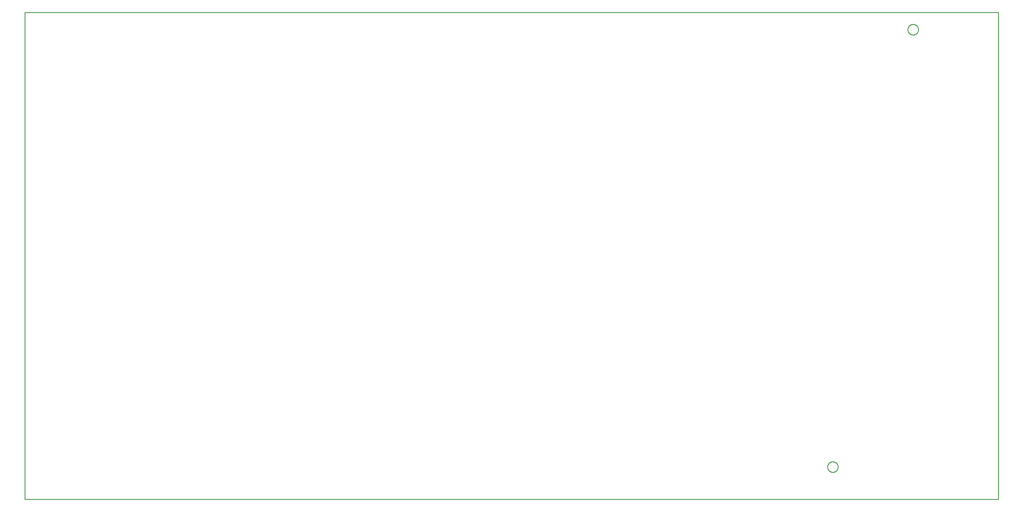
<source format=gko>
G04 EAGLE Gerber RS-274X export*
G75*
%MOMM*%
%FSLAX34Y34*%
%LPD*%
%INBoard Outline*%
%IPPOS*%
%AMOC8*
5,1,8,0,0,1.08239X$1,22.5*%
G01*
%ADD10C,0.000000*%
%ADD11C,0.254000*%


D10*
X-1511300Y0D02*
X1536700Y0D01*
X1536700Y1524000D01*
X-1511300Y1524000D01*
X-1511300Y0D01*
X1253490Y1470660D02*
X1253495Y1471065D01*
X1253510Y1471470D01*
X1253535Y1471875D01*
X1253570Y1472278D01*
X1253614Y1472681D01*
X1253669Y1473083D01*
X1253733Y1473483D01*
X1253807Y1473881D01*
X1253891Y1474277D01*
X1253985Y1474672D01*
X1254088Y1475063D01*
X1254201Y1475453D01*
X1254323Y1475839D01*
X1254455Y1476222D01*
X1254596Y1476602D01*
X1254747Y1476978D01*
X1254906Y1477351D01*
X1255075Y1477719D01*
X1255253Y1478083D01*
X1255439Y1478443D01*
X1255635Y1478798D01*
X1255839Y1479148D01*
X1256051Y1479493D01*
X1256272Y1479832D01*
X1256502Y1480167D01*
X1256739Y1480495D01*
X1256984Y1480817D01*
X1257238Y1481134D01*
X1257498Y1481444D01*
X1257767Y1481747D01*
X1258043Y1482044D01*
X1258326Y1482334D01*
X1258616Y1482617D01*
X1258913Y1482893D01*
X1259216Y1483162D01*
X1259526Y1483422D01*
X1259843Y1483676D01*
X1260165Y1483921D01*
X1260493Y1484158D01*
X1260828Y1484388D01*
X1261167Y1484609D01*
X1261512Y1484821D01*
X1261862Y1485025D01*
X1262217Y1485221D01*
X1262577Y1485407D01*
X1262941Y1485585D01*
X1263309Y1485754D01*
X1263682Y1485913D01*
X1264058Y1486064D01*
X1264438Y1486205D01*
X1264821Y1486337D01*
X1265207Y1486459D01*
X1265597Y1486572D01*
X1265988Y1486675D01*
X1266383Y1486769D01*
X1266779Y1486853D01*
X1267177Y1486927D01*
X1267577Y1486991D01*
X1267979Y1487046D01*
X1268382Y1487090D01*
X1268785Y1487125D01*
X1269190Y1487150D01*
X1269595Y1487165D01*
X1270000Y1487170D01*
X1270405Y1487165D01*
X1270810Y1487150D01*
X1271215Y1487125D01*
X1271618Y1487090D01*
X1272021Y1487046D01*
X1272423Y1486991D01*
X1272823Y1486927D01*
X1273221Y1486853D01*
X1273617Y1486769D01*
X1274012Y1486675D01*
X1274403Y1486572D01*
X1274793Y1486459D01*
X1275179Y1486337D01*
X1275562Y1486205D01*
X1275942Y1486064D01*
X1276318Y1485913D01*
X1276691Y1485754D01*
X1277059Y1485585D01*
X1277423Y1485407D01*
X1277783Y1485221D01*
X1278138Y1485025D01*
X1278488Y1484821D01*
X1278833Y1484609D01*
X1279172Y1484388D01*
X1279507Y1484158D01*
X1279835Y1483921D01*
X1280157Y1483676D01*
X1280474Y1483422D01*
X1280784Y1483162D01*
X1281087Y1482893D01*
X1281384Y1482617D01*
X1281674Y1482334D01*
X1281957Y1482044D01*
X1282233Y1481747D01*
X1282502Y1481444D01*
X1282762Y1481134D01*
X1283016Y1480817D01*
X1283261Y1480495D01*
X1283498Y1480167D01*
X1283728Y1479832D01*
X1283949Y1479493D01*
X1284161Y1479148D01*
X1284365Y1478798D01*
X1284561Y1478443D01*
X1284747Y1478083D01*
X1284925Y1477719D01*
X1285094Y1477351D01*
X1285253Y1476978D01*
X1285404Y1476602D01*
X1285545Y1476222D01*
X1285677Y1475839D01*
X1285799Y1475453D01*
X1285912Y1475063D01*
X1286015Y1474672D01*
X1286109Y1474277D01*
X1286193Y1473881D01*
X1286267Y1473483D01*
X1286331Y1473083D01*
X1286386Y1472681D01*
X1286430Y1472278D01*
X1286465Y1471875D01*
X1286490Y1471470D01*
X1286505Y1471065D01*
X1286510Y1470660D01*
X1286505Y1470255D01*
X1286490Y1469850D01*
X1286465Y1469445D01*
X1286430Y1469042D01*
X1286386Y1468639D01*
X1286331Y1468237D01*
X1286267Y1467837D01*
X1286193Y1467439D01*
X1286109Y1467043D01*
X1286015Y1466648D01*
X1285912Y1466257D01*
X1285799Y1465867D01*
X1285677Y1465481D01*
X1285545Y1465098D01*
X1285404Y1464718D01*
X1285253Y1464342D01*
X1285094Y1463969D01*
X1284925Y1463601D01*
X1284747Y1463237D01*
X1284561Y1462877D01*
X1284365Y1462522D01*
X1284161Y1462172D01*
X1283949Y1461827D01*
X1283728Y1461488D01*
X1283498Y1461153D01*
X1283261Y1460825D01*
X1283016Y1460503D01*
X1282762Y1460186D01*
X1282502Y1459876D01*
X1282233Y1459573D01*
X1281957Y1459276D01*
X1281674Y1458986D01*
X1281384Y1458703D01*
X1281087Y1458427D01*
X1280784Y1458158D01*
X1280474Y1457898D01*
X1280157Y1457644D01*
X1279835Y1457399D01*
X1279507Y1457162D01*
X1279172Y1456932D01*
X1278833Y1456711D01*
X1278488Y1456499D01*
X1278138Y1456295D01*
X1277783Y1456099D01*
X1277423Y1455913D01*
X1277059Y1455735D01*
X1276691Y1455566D01*
X1276318Y1455407D01*
X1275942Y1455256D01*
X1275562Y1455115D01*
X1275179Y1454983D01*
X1274793Y1454861D01*
X1274403Y1454748D01*
X1274012Y1454645D01*
X1273617Y1454551D01*
X1273221Y1454467D01*
X1272823Y1454393D01*
X1272423Y1454329D01*
X1272021Y1454274D01*
X1271618Y1454230D01*
X1271215Y1454195D01*
X1270810Y1454170D01*
X1270405Y1454155D01*
X1270000Y1454150D01*
X1269595Y1454155D01*
X1269190Y1454170D01*
X1268785Y1454195D01*
X1268382Y1454230D01*
X1267979Y1454274D01*
X1267577Y1454329D01*
X1267177Y1454393D01*
X1266779Y1454467D01*
X1266383Y1454551D01*
X1265988Y1454645D01*
X1265597Y1454748D01*
X1265207Y1454861D01*
X1264821Y1454983D01*
X1264438Y1455115D01*
X1264058Y1455256D01*
X1263682Y1455407D01*
X1263309Y1455566D01*
X1262941Y1455735D01*
X1262577Y1455913D01*
X1262217Y1456099D01*
X1261862Y1456295D01*
X1261512Y1456499D01*
X1261167Y1456711D01*
X1260828Y1456932D01*
X1260493Y1457162D01*
X1260165Y1457399D01*
X1259843Y1457644D01*
X1259526Y1457898D01*
X1259216Y1458158D01*
X1258913Y1458427D01*
X1258616Y1458703D01*
X1258326Y1458986D01*
X1258043Y1459276D01*
X1257767Y1459573D01*
X1257498Y1459876D01*
X1257238Y1460186D01*
X1256984Y1460503D01*
X1256739Y1460825D01*
X1256502Y1461153D01*
X1256272Y1461488D01*
X1256051Y1461827D01*
X1255839Y1462172D01*
X1255635Y1462522D01*
X1255439Y1462877D01*
X1255253Y1463237D01*
X1255075Y1463601D01*
X1254906Y1463969D01*
X1254747Y1464342D01*
X1254596Y1464718D01*
X1254455Y1465098D01*
X1254323Y1465481D01*
X1254201Y1465867D01*
X1254088Y1466257D01*
X1253985Y1466648D01*
X1253891Y1467043D01*
X1253807Y1467439D01*
X1253733Y1467837D01*
X1253669Y1468237D01*
X1253614Y1468639D01*
X1253570Y1469042D01*
X1253535Y1469445D01*
X1253510Y1469850D01*
X1253495Y1470255D01*
X1253490Y1470660D01*
X1002030Y101600D02*
X1002035Y102005D01*
X1002050Y102410D01*
X1002075Y102815D01*
X1002110Y103218D01*
X1002154Y103621D01*
X1002209Y104023D01*
X1002273Y104423D01*
X1002347Y104821D01*
X1002431Y105217D01*
X1002525Y105612D01*
X1002628Y106003D01*
X1002741Y106393D01*
X1002863Y106779D01*
X1002995Y107162D01*
X1003136Y107542D01*
X1003287Y107918D01*
X1003446Y108291D01*
X1003615Y108659D01*
X1003793Y109023D01*
X1003979Y109383D01*
X1004175Y109738D01*
X1004379Y110088D01*
X1004591Y110433D01*
X1004812Y110772D01*
X1005042Y111107D01*
X1005279Y111435D01*
X1005524Y111757D01*
X1005778Y112074D01*
X1006038Y112384D01*
X1006307Y112687D01*
X1006583Y112984D01*
X1006866Y113274D01*
X1007156Y113557D01*
X1007453Y113833D01*
X1007756Y114102D01*
X1008066Y114362D01*
X1008383Y114616D01*
X1008705Y114861D01*
X1009033Y115098D01*
X1009368Y115328D01*
X1009707Y115549D01*
X1010052Y115761D01*
X1010402Y115965D01*
X1010757Y116161D01*
X1011117Y116347D01*
X1011481Y116525D01*
X1011849Y116694D01*
X1012222Y116853D01*
X1012598Y117004D01*
X1012978Y117145D01*
X1013361Y117277D01*
X1013747Y117399D01*
X1014137Y117512D01*
X1014528Y117615D01*
X1014923Y117709D01*
X1015319Y117793D01*
X1015717Y117867D01*
X1016117Y117931D01*
X1016519Y117986D01*
X1016922Y118030D01*
X1017325Y118065D01*
X1017730Y118090D01*
X1018135Y118105D01*
X1018540Y118110D01*
X1018945Y118105D01*
X1019350Y118090D01*
X1019755Y118065D01*
X1020158Y118030D01*
X1020561Y117986D01*
X1020963Y117931D01*
X1021363Y117867D01*
X1021761Y117793D01*
X1022157Y117709D01*
X1022552Y117615D01*
X1022943Y117512D01*
X1023333Y117399D01*
X1023719Y117277D01*
X1024102Y117145D01*
X1024482Y117004D01*
X1024858Y116853D01*
X1025231Y116694D01*
X1025599Y116525D01*
X1025963Y116347D01*
X1026323Y116161D01*
X1026678Y115965D01*
X1027028Y115761D01*
X1027373Y115549D01*
X1027712Y115328D01*
X1028047Y115098D01*
X1028375Y114861D01*
X1028697Y114616D01*
X1029014Y114362D01*
X1029324Y114102D01*
X1029627Y113833D01*
X1029924Y113557D01*
X1030214Y113274D01*
X1030497Y112984D01*
X1030773Y112687D01*
X1031042Y112384D01*
X1031302Y112074D01*
X1031556Y111757D01*
X1031801Y111435D01*
X1032038Y111107D01*
X1032268Y110772D01*
X1032489Y110433D01*
X1032701Y110088D01*
X1032905Y109738D01*
X1033101Y109383D01*
X1033287Y109023D01*
X1033465Y108659D01*
X1033634Y108291D01*
X1033793Y107918D01*
X1033944Y107542D01*
X1034085Y107162D01*
X1034217Y106779D01*
X1034339Y106393D01*
X1034452Y106003D01*
X1034555Y105612D01*
X1034649Y105217D01*
X1034733Y104821D01*
X1034807Y104423D01*
X1034871Y104023D01*
X1034926Y103621D01*
X1034970Y103218D01*
X1035005Y102815D01*
X1035030Y102410D01*
X1035045Y102005D01*
X1035050Y101600D01*
X1035045Y101195D01*
X1035030Y100790D01*
X1035005Y100385D01*
X1034970Y99982D01*
X1034926Y99579D01*
X1034871Y99177D01*
X1034807Y98777D01*
X1034733Y98379D01*
X1034649Y97983D01*
X1034555Y97588D01*
X1034452Y97197D01*
X1034339Y96807D01*
X1034217Y96421D01*
X1034085Y96038D01*
X1033944Y95658D01*
X1033793Y95282D01*
X1033634Y94909D01*
X1033465Y94541D01*
X1033287Y94177D01*
X1033101Y93817D01*
X1032905Y93462D01*
X1032701Y93112D01*
X1032489Y92767D01*
X1032268Y92428D01*
X1032038Y92093D01*
X1031801Y91765D01*
X1031556Y91443D01*
X1031302Y91126D01*
X1031042Y90816D01*
X1030773Y90513D01*
X1030497Y90216D01*
X1030214Y89926D01*
X1029924Y89643D01*
X1029627Y89367D01*
X1029324Y89098D01*
X1029014Y88838D01*
X1028697Y88584D01*
X1028375Y88339D01*
X1028047Y88102D01*
X1027712Y87872D01*
X1027373Y87651D01*
X1027028Y87439D01*
X1026678Y87235D01*
X1026323Y87039D01*
X1025963Y86853D01*
X1025599Y86675D01*
X1025231Y86506D01*
X1024858Y86347D01*
X1024482Y86196D01*
X1024102Y86055D01*
X1023719Y85923D01*
X1023333Y85801D01*
X1022943Y85688D01*
X1022552Y85585D01*
X1022157Y85491D01*
X1021761Y85407D01*
X1021363Y85333D01*
X1020963Y85269D01*
X1020561Y85214D01*
X1020158Y85170D01*
X1019755Y85135D01*
X1019350Y85110D01*
X1018945Y85095D01*
X1018540Y85090D01*
X1018135Y85095D01*
X1017730Y85110D01*
X1017325Y85135D01*
X1016922Y85170D01*
X1016519Y85214D01*
X1016117Y85269D01*
X1015717Y85333D01*
X1015319Y85407D01*
X1014923Y85491D01*
X1014528Y85585D01*
X1014137Y85688D01*
X1013747Y85801D01*
X1013361Y85923D01*
X1012978Y86055D01*
X1012598Y86196D01*
X1012222Y86347D01*
X1011849Y86506D01*
X1011481Y86675D01*
X1011117Y86853D01*
X1010757Y87039D01*
X1010402Y87235D01*
X1010052Y87439D01*
X1009707Y87651D01*
X1009368Y87872D01*
X1009033Y88102D01*
X1008705Y88339D01*
X1008383Y88584D01*
X1008066Y88838D01*
X1007756Y89098D01*
X1007453Y89367D01*
X1007156Y89643D01*
X1006866Y89926D01*
X1006583Y90216D01*
X1006307Y90513D01*
X1006038Y90816D01*
X1005778Y91126D01*
X1005524Y91443D01*
X1005279Y91765D01*
X1005042Y92093D01*
X1004812Y92428D01*
X1004591Y92767D01*
X1004379Y93112D01*
X1004175Y93462D01*
X1003979Y93817D01*
X1003793Y94177D01*
X1003615Y94541D01*
X1003446Y94909D01*
X1003287Y95282D01*
X1003136Y95658D01*
X1002995Y96038D01*
X1002863Y96421D01*
X1002741Y96807D01*
X1002628Y97197D01*
X1002525Y97588D01*
X1002431Y97983D01*
X1002347Y98379D01*
X1002273Y98777D01*
X1002209Y99177D01*
X1002154Y99579D01*
X1002110Y99982D01*
X1002075Y100385D01*
X1002050Y100790D01*
X1002035Y101195D01*
X1002030Y101600D01*
D11*
X-1511300Y0D02*
X1536700Y0D01*
X1536700Y1524000D01*
X-1511300Y1524000D01*
X-1511300Y0D01*
X1286510Y1470120D02*
X1286439Y1469041D01*
X1286298Y1467969D01*
X1286087Y1466909D01*
X1285808Y1465865D01*
X1285460Y1464841D01*
X1285046Y1463843D01*
X1284568Y1462873D01*
X1284028Y1461937D01*
X1283427Y1461038D01*
X1282769Y1460181D01*
X1282057Y1459368D01*
X1281292Y1458604D01*
X1280479Y1457891D01*
X1279622Y1457233D01*
X1278723Y1456632D01*
X1277787Y1456092D01*
X1276817Y1455614D01*
X1275819Y1455200D01*
X1274795Y1454852D01*
X1273751Y1454573D01*
X1272691Y1454362D01*
X1271619Y1454221D01*
X1270540Y1454150D01*
X1269460Y1454150D01*
X1268381Y1454221D01*
X1267309Y1454362D01*
X1266249Y1454573D01*
X1265205Y1454852D01*
X1264181Y1455200D01*
X1263183Y1455614D01*
X1262213Y1456092D01*
X1261277Y1456632D01*
X1260378Y1457233D01*
X1259521Y1457891D01*
X1258708Y1458604D01*
X1257944Y1459368D01*
X1257231Y1460181D01*
X1256573Y1461038D01*
X1255972Y1461937D01*
X1255432Y1462873D01*
X1254954Y1463843D01*
X1254540Y1464841D01*
X1254192Y1465865D01*
X1253913Y1466909D01*
X1253702Y1467969D01*
X1253561Y1469041D01*
X1253490Y1470120D01*
X1253490Y1471200D01*
X1253561Y1472279D01*
X1253702Y1473351D01*
X1253913Y1474411D01*
X1254192Y1475455D01*
X1254540Y1476479D01*
X1254954Y1477477D01*
X1255432Y1478447D01*
X1255972Y1479383D01*
X1256573Y1480282D01*
X1257231Y1481139D01*
X1257944Y1481952D01*
X1258708Y1482717D01*
X1259521Y1483429D01*
X1260378Y1484087D01*
X1261277Y1484688D01*
X1262213Y1485228D01*
X1263183Y1485706D01*
X1264181Y1486120D01*
X1265205Y1486468D01*
X1266249Y1486747D01*
X1267309Y1486958D01*
X1268381Y1487099D01*
X1269460Y1487170D01*
X1270540Y1487170D01*
X1271619Y1487099D01*
X1272691Y1486958D01*
X1273751Y1486747D01*
X1274795Y1486468D01*
X1275819Y1486120D01*
X1276817Y1485706D01*
X1277787Y1485228D01*
X1278723Y1484688D01*
X1279622Y1484087D01*
X1280479Y1483429D01*
X1281292Y1482717D01*
X1282057Y1481952D01*
X1282769Y1481139D01*
X1283427Y1480282D01*
X1284028Y1479383D01*
X1284568Y1478447D01*
X1285046Y1477477D01*
X1285460Y1476479D01*
X1285808Y1475455D01*
X1286087Y1474411D01*
X1286298Y1473351D01*
X1286439Y1472279D01*
X1286510Y1471200D01*
X1286510Y1470120D01*
X1019080Y118110D02*
X1020159Y118039D01*
X1021231Y117898D01*
X1022291Y117687D01*
X1023335Y117408D01*
X1024359Y117060D01*
X1025357Y116646D01*
X1026327Y116168D01*
X1027263Y115628D01*
X1028162Y115027D01*
X1029019Y114369D01*
X1029832Y113657D01*
X1030597Y112892D01*
X1031309Y112079D01*
X1031967Y111222D01*
X1032568Y110323D01*
X1033108Y109387D01*
X1033586Y108417D01*
X1034000Y107419D01*
X1034348Y106395D01*
X1034627Y105351D01*
X1034838Y104291D01*
X1034979Y103219D01*
X1035050Y102140D01*
X1035050Y101060D01*
X1034979Y99981D01*
X1034838Y98909D01*
X1034627Y97849D01*
X1034348Y96805D01*
X1034000Y95781D01*
X1033586Y94783D01*
X1033108Y93813D01*
X1032568Y92877D01*
X1031967Y91978D01*
X1031309Y91121D01*
X1030597Y90308D01*
X1029832Y89544D01*
X1029019Y88831D01*
X1028162Y88173D01*
X1027263Y87572D01*
X1026327Y87032D01*
X1025357Y86554D01*
X1024359Y86140D01*
X1023335Y85792D01*
X1022291Y85513D01*
X1021231Y85302D01*
X1020159Y85161D01*
X1019080Y85090D01*
X1018000Y85090D01*
X1016921Y85161D01*
X1015849Y85302D01*
X1014789Y85513D01*
X1013745Y85792D01*
X1012721Y86140D01*
X1011723Y86554D01*
X1010753Y87032D01*
X1009817Y87572D01*
X1008918Y88173D01*
X1008061Y88831D01*
X1007248Y89544D01*
X1006484Y90308D01*
X1005771Y91121D01*
X1005113Y91978D01*
X1004512Y92877D01*
X1003972Y93813D01*
X1003494Y94783D01*
X1003080Y95781D01*
X1002732Y96805D01*
X1002453Y97849D01*
X1002242Y98909D01*
X1002101Y99981D01*
X1002030Y101060D01*
X1002030Y102140D01*
X1002101Y103219D01*
X1002242Y104291D01*
X1002453Y105351D01*
X1002732Y106395D01*
X1003080Y107419D01*
X1003494Y108417D01*
X1003972Y109387D01*
X1004512Y110323D01*
X1005113Y111222D01*
X1005771Y112079D01*
X1006484Y112892D01*
X1007248Y113657D01*
X1008061Y114369D01*
X1008918Y115027D01*
X1009817Y115628D01*
X1010753Y116168D01*
X1011723Y116646D01*
X1012721Y117060D01*
X1013745Y117408D01*
X1014789Y117687D01*
X1015849Y117898D01*
X1016921Y118039D01*
X1018000Y118110D01*
X1019080Y118110D01*
M02*

</source>
